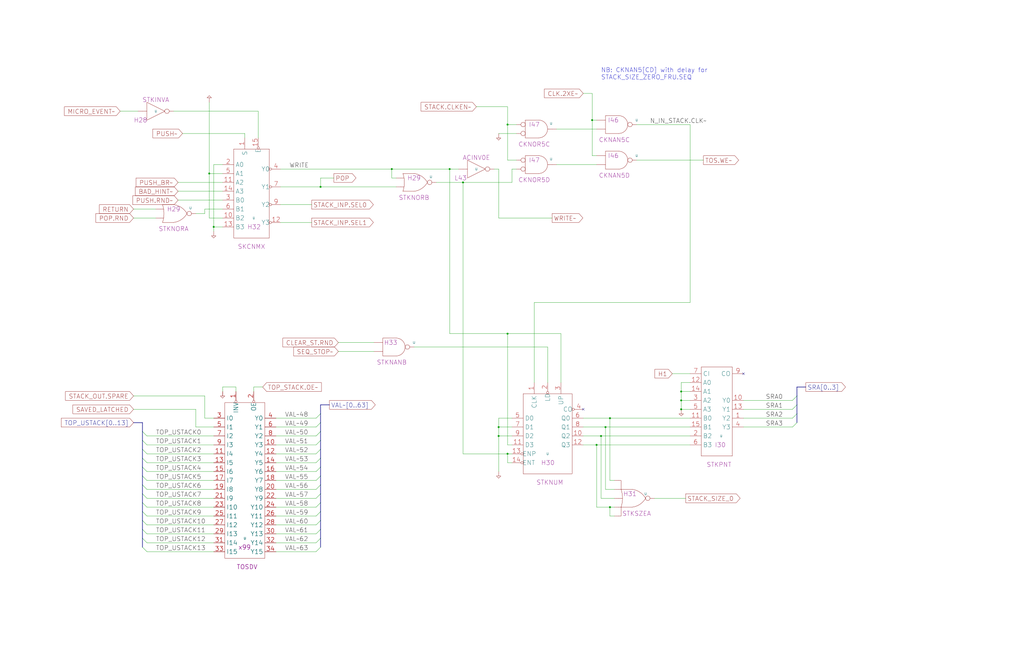
<source format=kicad_sch>
(kicad_sch (version 20220404) (generator eeschema)
  (paper "User" 584.2 378.46)
  (title_block (title "MICRO STACK CONTROL") (date "22-MAY-90") (rev "1.0") (comment 1 "SEQUENCER") (comment 2 "232-003064") (comment 3 "S400") (comment 4 "RELEASED"))
  (lib_symbols
    (symbol "r1000:F00" (pin_numbers hide) (pin_names hide)
      (property "Reference" "U" (at 15.24 0 0))
      (property "Value" "F00" (at 1.905 -5.08 0))
      (property "Location" "___" (at 1.905 0 0))
      (property "Name" "______" (at 2.54 -12.7 0))
      (symbol "F00_0_1"
        (polyline (pts (xy -2.54 -7.62) (xy 5.08 -7.62)) (stroke (width 0.1524)))
        (polyline (pts (xy -2.54 2.54) (xy -2.54 -7.62)) (stroke (width 0.1524)))
        (polyline (pts (xy -2.54 2.54) (xy 5.08 2.54)) (stroke (width 0.1524)))
        (arc (start 5.08 -7.62) (mid 10.1282 -2.54) (end 5.08 2.54) (stroke (width 0.1524)))
        (circle (center 11.43 -2.54) (radius 1.27) (stroke (width 0.1524)))
      )
      (symbol "F00_0_2"
        (circle (center -3.81 -5.08) (radius 1.27) (stroke (width 0.1524)))
        (circle (center -3.81 0) (radius 1.27) (stroke (width 0.1524)))
        (arc (start -3.175 -7.62) (mid -2.134 -2.54) (end -3.175 2.54) (stroke (width 0.1524)))
        (polyline (pts (xy -3.175 -7.62) (xy 3.81 -7.62)) (stroke (width 0.1524)))
        (polyline (pts (xy -3.175 2.54) (xy 3.81 2.54)) (stroke (width 0.1524)))
        (arc (start 3.81 -7.62) (mid 7.5855 -5.8306) (end 10.16 -2.54) (stroke (width 0.1524)))
        (arc (start 10.16 -2.54) (mid 7.5827 0.7471) (end 3.81 2.54) (stroke (width 0.1524)))
      )
      (symbol "F00_1_1"
        (pin input line (at -7.62 0 0) (length 5.08) (name "D0") (number "1"))
        (pin input line (at -7.62 -5.08 0) (length 5.08) (name "D1") (number "2"))
        (pin output line (at 15.24 -2.54 180) (length 2.54) (name "Q") (number "3"))
      )
      (symbol "F00_1_2"
        (pin input line (at -7.62 0 0) (length 2.54) (name "D0") (number "1"))
        (pin input line (at -7.62 -5.08 0) (length 2.54) (name "D1") (number "2"))
        (pin output line (at 15.24 -2.54 180) (length 5.08) (name "Q") (number "3"))
      )
    )
    (symbol "r1000:F02" (pin_numbers hide) (pin_names hide)
      (property "Reference" "U" (at 12.16 0.635 0))
      (property "Value" "F02" (at -1.27 -4.445 0))
      (property "Location" "___" (at 2.54 0 0))
      (property "Name" "______" (at 2.54 -12.7 0))
      (symbol "F02_0_1"
        (arc (start -3.81 -7.62) (mid -2.9847 -2.54) (end -3.81 2.54) (stroke (width 0.1524)))
        (polyline (pts (xy -5.08 -5.08) (xy -3.175 -5.08)) (stroke (width 0.1524)))
        (polyline (pts (xy -5.08 0) (xy -3.175 0)) (stroke (width 0.1524)))
        (polyline (pts (xy -3.81 -7.62) (xy 2.54 -7.62)) (stroke (width 0.1524)))
        (polyline (pts (xy -3.81 2.54) (xy 2.54 2.54)) (stroke (width 0.1524)))
        (polyline (pts (xy 13.97 -2.54) (xy 12.7 -2.54)) (stroke (width 0.1524)))
        (arc (start 2.54 -7.62) (mid 6.9515 -5.9823) (end 10.16 -2.54) (stroke (width 0.1524)))
        (arc (start 10.16 -2.54) (mid 6.9478 0.8966) (end 2.54 2.54) (stroke (width 0.1524)))
        (circle (center 11.43 -2.54) (radius 1.27) (stroke (width 0.1524)))
      )
      (symbol "F02_0_2"
        (circle (center -3.81 -5.08) (radius 1.27) (stroke (width 0.1524)))
        (circle (center -3.81 0) (radius 1.27) (stroke (width 0.1524)))
        (polyline (pts (xy -2.54 -7.62) (xy 5.08 -7.62)) (stroke (width 0.1524)))
        (polyline (pts (xy -2.54 2.54) (xy -2.54 -7.62)) (stroke (width 0.1524)))
        (polyline (pts (xy -2.54 2.54) (xy 5.08 2.54)) (stroke (width 0.1524)))
        (polyline (pts (xy 11.43 -2.54) (xy 10.16 -2.54)) (stroke (width 0.1524)))
        (polyline (pts (xy 11.43 -2.54) (xy 12.7 -2.54)) (stroke (width 0.1524)))
        (arc (start 5.08 -7.62) (mid 10.1282 -2.54) (end 5.08 2.54) (stroke (width 0.1524)))
      )
      (symbol "F02_1_1"
        (pin input line (at -7.62 0 0) (length 2.54) (name "D0") (number "1"))
        (pin input line (at -7.62 -5.08 0) (length 2.54) (name "D1") (number "2"))
        (pin output line (at 15.24 -2.54 180) (length 1.27) (name "Q") (number "3"))
      )
      (symbol "F02_1_2"
        (pin input line (at -7.62 0 0) (length 2.54) (name "D0") (number "1"))
        (pin input line (at -7.62 -5.08 0) (length 2.54) (name "D1") (number "2"))
        (pin output line (at 15.24 -2.54 180) (length 2.54) (name "Q") (number "3"))
      )
    )
    (symbol "r1000:F04" (pin_numbers hide) (pin_names hide)
      (property "Reference" "U" (at 0 0 0))
      (property "Value" "F04" (at 1.27 -5.08 0))
      (property "Location" "___" (at -12.7 -5.08 0))
      (property "Name" "______" (at 0 5.08 0))
      (symbol "F04_0_1"
        (polyline (pts (xy -7.62 0) (xy -5.08 0)) (stroke (width 0.1524)))
        (polyline (pts (xy -5.08 5.08) (xy -5.08 -5.08)) (stroke (width 0.1524)))
        (polyline (pts (xy 5.08 0) (xy -5.08 -5.08)) (stroke (width 0.1524)))
        (polyline (pts (xy 5.08 0) (xy -5.08 5.08)) (stroke (width 0.1524)))
        (circle (center 6.35 0) (radius 1.27) (stroke (width 0.1524)))
      )
      (symbol "F04_1_1"
        (pin input line (at -10.16 0 0) (length 2.54) (name "D0") (number "1"))
        (pin output line (at 10.16 0 180) (length 2.54) (name "Q") (number "2"))
      )
    )
    (symbol "r1000:F158" (pin_names (offset 1.016))
      (property "Reference" "U" (at 2.54 5.08 0))
      (property "Value" "F158" (at -3.81 -5.08 0))
      (property "Location" "___" (at -1.27 0 0))
      (property "Name" "______" (at 1.27 -12.7 0))
      (symbol "F158_1_1"
        (rectangle (start -8.89 44.45) (end 11.43 -6.35))
        (circle (center 5.08 45.085) (radius 0.635))
        (circle (center 12.065 2.54) (radius 0.635))
        (circle (center 12.065 12.7) (radius 0.635))
        (circle (center 12.065 22.86) (radius 0.635))
        (circle (center 12.065 33.02) (radius 0.635))
        (pin input line (at -2.54 50.8 270) (length 6.35) (name "S") (number "1"))
        (pin input line (at -15.24 5.08 0) (length 6.35) (name "B2") (number "10"))
        (pin input line (at -15.24 25.4 0) (length 6.35) (name "A2") (number "11"))
        (pin output line (at 17.78 2.54 180) (length 5.08) (name "Y3") (number "12"))
        (pin input line (at -15.24 0 0) (length 6.35) (name "B3") (number "13"))
        (pin input line (at -15.24 20.32 0) (length 6.35) (name "A3") (number "14"))
        (pin input line (at 5.08 50.8 270) (length 5.08) (name "E") (number "15"))
        (pin input line (at -15.24 35.56 0) (length 6.35) (name "A0") (number "2"))
        (pin input line (at -15.24 15.24 0) (length 6.35) (name "B0") (number "3"))
        (pin output line (at 17.78 33.02 180) (length 5.08) (name "Y0") (number "4"))
        (pin input line (at -15.24 30.48 0) (length 6.35) (name "A1") (number "5"))
        (pin input line (at -15.24 10.16 0) (length 6.35) (name "B1") (number "6"))
        (pin output line (at 17.78 22.86 180) (length 5.08) (name "Y1") (number "7"))
        (pin output line (at 17.78 12.7 180) (length 5.08) (name "Y2") (number "9"))
      )
    )
    (symbol "r1000:F169" (pin_names (offset 1.016))
      (property "Reference" "U" (at 2.54 5.08 0))
      (property "Value" "F169" (at -1.27 -5.08 0))
      (property "Location" "___" (at -1.27 0 0))
      (property "Name" "______" (at 3.81 -12.7 0))
      (symbol "F169_1_1"
        (circle (center -12.065 0) (radius 0.635))
        (circle (center -12.065 5.08) (radius 0.635))
        (rectangle (start -11.43 39.37) (end 16.51 -6.35))
        (circle (center 2.54 40.005) (radius 0.635))
        (circle (center 17.145 30.48) (radius 0.635))
        (pin input line (at -5.08 45.72 270) (length 6.35) (name "CLK") (number "1"))
        (pin output line (at 22.86 15.24 180) (length 6.35) (name "Q2") (number "10"))
        (pin input line (at -17.78 10.16 0) (length 6.35) (name "D3") (number "11"))
        (pin output line (at 22.86 10.16 180) (length 6.35) (name "Q3") (number "12"))
        (pin input line (at -17.78 5.08 0) (length 5.08) (name "ENP") (number "13"))
        (pin input line (at -17.78 0 0) (length 5.08) (name "ENT") (number "14"))
        (pin input line (at 2.54 45.72 270) (length 5.08) (name "LD") (number "2"))
        (pin input line (at 10.16 45.72 270) (length 6.35) (name "UP") (number "3"))
        (pin output line (at 22.86 30.48 180) (length 5.08) (name "CO") (number "4"))
        (pin input line (at -17.78 25.4 0) (length 6.35) (name "D0") (number "5"))
        (pin output line (at 22.86 25.4 180) (length 6.35) (name "Q0") (number "6"))
        (pin input line (at -17.78 20.32 0) (length 6.35) (name "D1") (number "7"))
        (pin output line (at 22.86 20.32 180) (length 6.35) (name "Q1") (number "8"))
        (pin input line (at -17.78 15.24 0) (length 6.35) (name "D2") (number "9"))
      )
    )
    (symbol "r1000:F260" (pin_numbers hide) (pin_names hide)
      (property "Reference" "U" (at 10.16 0 0))
      (property "Value" "F260" (at 1.905 -5.715 0))
      (property "Location" "___" (at 1.27 0 0))
      (property "Name" "______" (at 5.08 -12.7 0))
      (symbol "F260_0_1"
        (arc (start -3.8173 -7.62) (mid -2.9926 -2.54) (end -3.8173 2.54) (stroke (width 0.1524)))
        (polyline (pts (xy -5.08 -7.62) (xy -3.81 -7.62)) (stroke (width 0.1524)))
        (polyline (pts (xy -5.08 -2.54) (xy -3.0226 -2.54)) (stroke (width 0.1524)))
        (polyline (pts (xy -5.08 2.54) (xy -3.81 2.54)) (stroke (width 0.1524)))
        (polyline (pts (xy -3.81 -7.62) (xy 2.54 -7.62)) (stroke (width 0.1524)))
        (polyline (pts (xy -3.81 2.54) (xy 2.54 2.54)) (stroke (width 0.1524)))
        (polyline (pts (xy -5.08 -12.7) (xy -3.81 -12.7) (xy -3.81 -7.62)) (stroke (width 0.1524)))
        (polyline (pts (xy -5.08 7.62) (xy -3.81 7.62) (xy -3.81 2.54)) (stroke (width 0.1524)))
        (arc (start 2.54 -7.62) (mid 6.9504 -5.9805) (end 10.16 -2.54) (stroke (width 0.1524)))
        (arc (start 10.16 -2.54) (mid 6.9516 0.9024) (end 2.54 2.54) (stroke (width 0.1524)))
        (circle (center 11.43 -2.54) (radius 1.27) (stroke (width 0.1524)))
      )
      (symbol "F260_0_2"
        (circle (center -6.35 -12.7) (radius 1.27) (stroke (width 0.1524)))
        (circle (center -6.35 -7.62) (radius 1.27) (stroke (width 0.1524)))
        (circle (center -6.35 -2.54) (radius 1.27) (stroke (width 0.1524)))
        (circle (center -6.35 2.54) (radius 1.27) (stroke (width 0.1524)))
        (circle (center -6.35 7.62) (radius 1.27) (stroke (width 0.1524)))
        (polyline (pts (xy -5.08 -13.97) (xy -5.08 8.89)) (stroke (width 0.1524)))
        (polyline (pts (xy -5.08 -7.62) (xy 2.54 -7.62)) (stroke (width 0.1524)))
        (polyline (pts (xy -5.08 2.54) (xy 2.54 2.54)) (stroke (width 0.1524)))
        (arc (start 2.54 2.54) (mid -1.0521 -6.1321) (end 7.62 -2.54) (stroke (width 0.1524)))
        (arc (start 7.62 -2.54) (mid -1.0521 1.0521) (end 2.54 -7.62) (stroke (width 0.1524)))
      )
      (symbol "F260_1_1"
        (pin input line (at -7.62 -2.54 0) (length 2.54) (name "D2") (number "1"))
        (pin input line (at -7.62 7.62 0) (length 2.54) (name "D0") (number "12"))
        (pin input line (at -7.62 2.54 0) (length 2.54) (name "D1") (number "13"))
        (pin input line (at -7.62 -7.62 0) (length 2.54) (name "D3") (number "2"))
        (pin input line (at -7.62 -12.7 0) (length 2.54) (name "D4") (number "3"))
        (pin output line (at 15.24 -2.54 180) (length 2.54) (name "Q") (number "5"))
      )
      (symbol "F260_1_2"
        (pin input line (at -7.62 -2.54 0) (length 0) (name "D2") (number "1"))
        (pin input line (at -7.62 7.62 0) (length 0) (name "D0") (number "12"))
        (pin input line (at -7.62 2.54 0) (length 0) (name "D1") (number "13"))
        (pin input line (at -7.62 -7.62 0) (length 0) (name "D3") (number "2"))
        (pin input line (at -7.62 -12.7 0) (length 0) (name "D4") (number "3"))
        (pin output line (at 15.24 -2.54 180) (length 7.62) (name "Q") (number "5"))
      )
    )
    (symbol "r1000:F283" (pin_names (offset 1.016))
      (property "Reference" "U" (at 2.54 5.08 0))
      (property "Value" "F283" (at -3.81 -5.08 0))
      (property "Location" "___" (at -1.27 0 0))
      (property "Name" "______" (at 1.27 -12.7 0))
      (symbol "F283_1_1"
        (rectangle (start -8.89 44.45) (end 8.89 -6.35))
        (pin output line (at 15.24 15.24 180) (length 6.35) (name "Y2") (number "1"))
        (pin output line (at 15.24 25.4 180) (length 6.35) (name "Y0") (number "10"))
        (pin input line (at -15.24 15.24 0) (length 6.35) (name "B0") (number "11"))
        (pin input line (at -15.24 35.56 0) (length 6.35) (name "A0") (number "12"))
        (pin output line (at 15.24 20.32 180) (length 6.35) (name "Y1") (number "13"))
        (pin input line (at -15.24 30.48 0) (length 6.35) (name "A1") (number "14"))
        (pin input line (at -15.24 10.16 0) (length 6.35) (name "B1") (number "15"))
        (pin input line (at -15.24 5.08 0) (length 6.35) (name "B2") (number "2"))
        (pin input line (at -15.24 25.4 0) (length 6.35) (name "A2") (number "3"))
        (pin output line (at 15.24 10.16 180) (length 6.35) (name "Y3") (number "4"))
        (pin input line (at -15.24 20.32 0) (length 6.35) (name "A3") (number "5"))
        (pin input line (at -15.24 0 0) (length 6.35) (name "B3") (number "6"))
        (pin input line (at -15.24 40.64 0) (length 6.35) (name "CI") (number "7"))
        (pin output line (at 15.24 40.64 180) (length 6.35) (name "CO") (number "9"))
      )
    )
    (symbol "r1000:F37" (pin_numbers hide) (pin_names (offset 0) hide)
      (property "Reference" "U" (at 15.24 0 0))
      (property "Value" "F37" (at 1.905 -5.08 0))
      (property "Location" "___" (at 1.905 0 0))
      (property "Name" "______" (at 2.54 -12.7 0))
      (symbol "F37_0_1"
        (polyline (pts (xy -2.54 -7.62) (xy 5.08 -7.62)) (stroke (width 0.1524)))
        (polyline (pts (xy -2.54 2.54) (xy -2.54 -7.62)) (stroke (width 0.1524)))
        (polyline (pts (xy -2.54 2.54) (xy 5.08 2.54)) (stroke (width 0.1524)))
        (arc (start 5.08 -7.62) (mid 10.1282 -2.54) (end 5.08 2.54) (stroke (width 0.1524)))
        (circle (center 11.43 -2.54) (radius 1.27) (stroke (width 0.1524)))
      )
      (symbol "F37_0_2"
        (circle (center -3.81 -5.08) (radius 1.27) (stroke (width 0.1524)))
        (circle (center -3.81 0) (radius 1.27) (stroke (width 0.1524)))
        (arc (start -3.175 -7.62) (mid -2.134 -2.54) (end -3.175 2.54) (stroke (width 0.1524)))
        (polyline (pts (xy -3.175 -7.62) (xy 3.81 -7.62)) (stroke (width 0.1524)))
        (polyline (pts (xy -3.175 2.54) (xy 3.81 2.54)) (stroke (width 0.1524)))
        (arc (start 3.81 -7.62) (mid 7.5855 -5.8306) (end 10.16 -2.54) (stroke (width 0.1524)))
        (arc (start 10.16 -2.54) (mid 7.5827 0.7471) (end 3.81 2.54) (stroke (width 0.1524)))
      )
      (symbol "F37_1_1"
        (pin input line (at -7.62 0 0) (length 5.08) (name "D0") (number "1"))
        (pin input line (at -7.62 -5.08 0) (length 5.08) (name "D1") (number "2"))
        (pin output line (at 15.24 -2.54 180) (length 2.54) (name "Q") (number "3"))
      )
      (symbol "F37_1_2"
        (pin input line (at -7.62 0 0) (length 2.54) (name "D0") (number "1"))
        (pin input line (at -7.62 -5.08 0) (length 2.54) (name "D1") (number "2"))
        (pin output line (at 15.24 -2.54 180) (length 5.08) (name "Q") (number "3"))
      )
    )
    (symbol "r1000:PD" (power) (pin_numbers hide) (pin_names hide) (in_bom no)
      (symbol "PD_0_1"
        (polyline (pts (xy 0 -2.54) (xy 1.27 -2.54) (xy 0 -3.81) (xy -1.27 -2.54) (xy 0 -2.54)) (stroke (width 0.1524)))
      )
      (symbol "PD_1_1"
        (pin power_in line (at 0 0 270) (length 2.54) (name "PD") (number "1"))
      )
    )
    (symbol "r1000:PU" (power) (pin_numbers hide) (pin_names hide)
      (symbol "PU_0_1"
        (polyline (pts (xy 0 2.54) (xy -1.27 2.54) (xy 0 3.81) (xy 1.27 2.54) (xy 0 2.54)) (stroke (width 0.1524)))
      )
      (symbol "PU_1_1"
        (pin power_in line (at 0 0 90) (length 2.54) (name "PU") (number "1"))
      )
    )
    (symbol "r1000:XBUF16" (pin_names (offset 1.016))
      (property "Reference" "U" (at 2.54 5.08 0))
      (property "Value" "XBUF16" (at -3.81 -5.08 0))
      (property "Location" "___" (at -1.27 0 0))
      (property "Name" "______" (at 3.81 -12.7 0))
      (symbol "XBUF16_1_1"
        (rectangle (start -8.89 82.55) (end 13.97 -6.35))
        (circle (center -2.54 83.185) (radius 0.635))
        (circle (center 7.62 83.185) (radius 0.635))
        (pin input line (at -2.54 88.9 270) (length 5.08) (name "INV") (number "1"))
        (pin tri_state line (at 20.32 58.42 180) (length 6.35) (name "Y3") (number "10"))
        (pin input line (at -15.24 53.34 0) (length 6.35) (name "I4") (number "11"))
        (pin tri_state line (at 20.32 53.34 180) (length 6.35) (name "Y4") (number "12"))
        (pin input line (at -15.24 48.26 0) (length 6.35) (name "I5") (number "13"))
        (pin tri_state line (at 20.32 48.26 180) (length 6.35) (name "Y5") (number "14"))
        (pin input line (at -15.24 43.18 0) (length 6.35) (name "I6") (number "15"))
        (pin tri_state line (at 20.32 43.18 180) (length 6.35) (name "Y6") (number "16"))
        (pin input line (at -15.24 38.1 0) (length 6.35) (name "I7") (number "17"))
        (pin tri_state line (at 20.32 38.1 180) (length 6.35) (name "Y7") (number "18"))
        (pin input line (at -15.24 33.02 0) (length 6.35) (name "I8") (number "19"))
        (pin input line (at 7.62 88.9 270) (length 5.08) (name "OE") (number "2"))
        (pin tri_state line (at 20.32 33.02 180) (length 6.35) (name "Y8") (number "20"))
        (pin input line (at -15.24 27.94 0) (length 6.35) (name "I9") (number "21"))
        (pin tri_state line (at 20.32 27.94 180) (length 6.35) (name "Y9") (number "22"))
        (pin input line (at -15.24 22.86 0) (length 6.35) (name "I10") (number "23"))
        (pin tri_state line (at 20.32 22.86 180) (length 6.35) (name "Y10") (number "24"))
        (pin input line (at -15.24 17.78 0) (length 6.35) (name "I11") (number "25"))
        (pin tri_state line (at 20.32 17.78 180) (length 6.35) (name "Y11") (number "26"))
        (pin input line (at -15.24 12.7 0) (length 6.35) (name "I12") (number "27"))
        (pin tri_state line (at 20.32 12.7 180) (length 6.35) (name "Y12") (number "28"))
        (pin input line (at -15.24 7.62 0) (length 6.35) (name "I13") (number "29"))
        (pin input line (at -15.24 73.66 0) (length 6.35) (name "I0") (number "3"))
        (pin tri_state line (at 20.32 7.62 180) (length 6.35) (name "Y13") (number "30"))
        (pin input line (at -15.24 2.54 0) (length 6.35) (name "I14") (number "31"))
        (pin tri_state line (at 20.32 2.54 180) (length 6.35) (name "Y14") (number "32"))
        (pin input line (at -15.24 -2.54 0) (length 6.35) (name "I15") (number "33"))
        (pin tri_state line (at 20.32 -2.54 180) (length 6.35) (name "Y15") (number "34"))
        (pin tri_state line (at 20.32 73.66 180) (length 6.35) (name "Y0") (number "4"))
        (pin input line (at -15.24 68.58 0) (length 6.35) (name "I1") (number "5"))
        (pin tri_state line (at 20.32 68.58 180) (length 6.35) (name "Y1") (number "6"))
        (pin input line (at -15.24 63.5 0) (length 6.35) (name "I2") (number "7"))
        (pin tri_state line (at 20.32 63.5 180) (length 6.35) (name "Y2") (number "8"))
        (pin input line (at -15.24 58.42 0) (length 6.35) (name "I3") (number "9"))
      )
    )
  )
  (junction (at 340.36 254))
  (junction (at 182.88 106.68))
  (junction (at 337.82 68.58))
  (junction (at 223.52 96.52))
  (junction (at 121.92 129.54))
  (junction (at 342.9 248.92))
  (junction (at 119.38 99.06))
  (junction (at 388.62 223.52))
  (junction (at 289.56 259.08))
  (junction (at 289.56 190.5))
  (junction (at 284.48 243.84))
  (junction (at 264.16 104.14))
  (junction (at 388.62 228.6))
  (junction (at 284.48 248.92))
  (junction (at 347.98 289.56))
  (junction (at 388.62 233.68))
  (junction (at 256.54 96.52))
  (junction (at 347.98 238.76))
  (junction (at 345.44 243.84))
  (junction (at 289.56 71.12))
  (no_connect (at 424.18 213.36))
  (no_connect (at 332.74 233.68))
  (bus_entry (at 182.88 297.18) (size -2.54 2.54))
  (bus_entry (at 182.88 307.34) (size -2.54 2.54))
  (bus_entry (at 182.88 236.22) (size -2.54 2.54))
  (bus_entry (at 182.88 261.62) (size -2.54 2.54))
  (bus_entry (at 81.28 256.54) (size 2.54 2.54))
  (bus_entry (at 81.28 287.02) (size 2.54 2.54))
  (bus_entry (at 81.28 246.38) (size 2.54 2.54))
  (bus_entry (at 182.88 266.7) (size -2.54 2.54))
  (bus_entry (at 182.88 292.1) (size -2.54 2.54))
  (bus_entry (at 182.88 241.3) (size -2.54 2.54))
  (bus_entry (at 182.88 287.02) (size -2.54 2.54))
  (bus_entry (at 81.28 261.62) (size 2.54 2.54))
  (bus_entry (at 182.88 276.86) (size -2.54 2.54))
  (bus_entry (at 81.28 307.34) (size 2.54 2.54))
  (bus_entry (at 182.88 246.38) (size -2.54 2.54))
  (bus_entry (at 81.28 266.7) (size 2.54 2.54))
  (bus_entry (at 182.88 281.94) (size -2.54 2.54))
  (bus_entry (at 454.66 226.06) (size -2.54 2.54))
  (bus_entry (at 182.88 312.42) (size -2.54 2.54))
  (bus_entry (at 81.28 276.86) (size 2.54 2.54))
  (bus_entry (at 81.28 302.26) (size 2.54 2.54))
  (bus_entry (at 454.66 241.3) (size -2.54 2.54))
  (bus_entry (at 81.28 251.46) (size 2.54 2.54))
  (bus_entry (at 81.28 271.78) (size 2.54 2.54))
  (bus_entry (at 182.88 271.78) (size -2.54 2.54))
  (bus_entry (at 81.28 281.94) (size 2.54 2.54))
  (bus_entry (at 182.88 256.54) (size -2.54 2.54))
  (bus_entry (at 81.28 312.42) (size 2.54 2.54))
  (bus_entry (at 182.88 251.46) (size -2.54 2.54))
  (bus_entry (at 454.66 231.14) (size -2.54 2.54))
  (bus_entry (at 81.28 297.18) (size 2.54 2.54))
  (bus_entry (at 182.88 302.26) (size -2.54 2.54))
  (bus_entry (at 454.66 236.22) (size -2.54 2.54))
  (bus_entry (at 81.28 292.1) (size 2.54 2.54))
  (wire (pts (xy 83.82 269.24) (xy 121.92 269.24)))
  (wire (pts (xy 284.48 243.84) (xy 284.48 248.92)))
  (wire (pts (xy 289.56 259.08) (xy 264.16 259.08)))
  (wire (pts (xy 424.18 233.68) (xy 452.12 233.68)))
  (bus (pts (xy 454.66 226.06) (xy 454.66 231.14)))
  (wire (pts (xy 304.8 172.72) (xy 393.7 172.72)))
  (wire (pts (xy 332.74 248.92) (xy 342.9 248.92)))
  (wire (pts (xy 157.48 299.72) (xy 180.34 299.72)))
  (wire (pts (xy 332.74 238.76) (xy 347.98 238.76)))
  (wire (pts (xy 127 93.98) (xy 121.92 93.98)))
  (wire (pts (xy 76.2 226.06) (xy 116.84 226.06)))
  (wire (pts (xy 281.94 96.52) (xy 284.48 96.52)))
  (bus (pts (xy 454.66 236.22) (xy 454.66 241.3)))
  (wire (pts (xy 350.52 279.4) (xy 345.44 279.4)))
  (wire (pts (xy 157.48 238.76) (xy 180.34 238.76)))
  (wire (pts (xy 157.48 269.24) (xy 180.34 269.24)))
  (wire (pts (xy 83.82 289.56) (xy 121.92 289.56)))
  (wire (pts (xy 332.74 254) (xy 340.36 254)))
  (wire (pts (xy 289.56 91.44) (xy 289.56 71.12)))
  (bus (pts (xy 76.2 241.3) (xy 81.28 241.3)))
  (wire (pts (xy 104.14 76.2) (xy 139.7 76.2)))
  (wire (pts (xy 317.5 93.98) (xy 340.36 93.98)))
  (wire (pts (xy 101.6 114.3) (xy 127 114.3)))
  (wire (pts (xy 332.74 53.34) (xy 337.82 53.34)))
  (bus (pts (xy 182.88 307.34) (xy 182.88 312.42)))
  (wire (pts (xy 292.1 264.16) (xy 289.56 264.16)))
  (wire (pts (xy 345.44 243.84) (xy 393.7 243.84)))
  (wire (pts (xy 116.84 238.76) (xy 116.84 226.06)))
  (wire (pts (xy 119.38 99.06) (xy 127 99.06)))
  (wire (pts (xy 83.82 259.08) (xy 121.92 259.08)))
  (bus (pts (xy 182.88 302.26) (xy 182.88 307.34)))
  (wire (pts (xy 157.48 264.16) (xy 180.34 264.16)))
  (wire (pts (xy 347.98 289.56) (xy 350.52 289.56)))
  (wire (pts (xy 127 124.46) (xy 119.38 124.46)))
  (bus (pts (xy 81.28 281.94) (xy 81.28 287.02)))
  (wire (pts (xy 350.52 284.48) (xy 342.9 284.48)))
  (bus (pts (xy 182.88 241.3) (xy 182.88 246.38)))
  (bus (pts (xy 81.28 266.7) (xy 81.28 271.78)))
  (wire (pts (xy 83.82 294.64) (xy 121.92 294.64)))
  (wire (pts (xy 157.48 309.88) (xy 180.34 309.88)))
  (wire (pts (xy 182.88 101.6) (xy 182.88 106.68)))
  (wire (pts (xy 347.98 238.76) (xy 347.98 274.32)))
  (bus (pts (xy 81.28 241.3) (xy 81.28 246.38)))
  (wire (pts (xy 83.82 279.4) (xy 121.92 279.4)))
  (wire (pts (xy 76.2 119.38) (xy 88.9 119.38)))
  (wire (pts (xy 83.82 254) (xy 121.92 254)))
  (wire (pts (xy 83.82 264.16) (xy 121.92 264.16)))
  (wire (pts (xy 83.82 299.72) (xy 121.92 299.72)))
  (bus (pts (xy 182.88 287.02) (xy 182.88 292.1)))
  (wire (pts (xy 157.48 274.32) (xy 180.34 274.32)))
  (wire (pts (xy 340.36 254) (xy 340.36 289.56)))
  (wire (pts (xy 83.82 274.32) (xy 121.92 274.32)))
  (bus (pts (xy 182.88 256.54) (xy 182.88 261.62)))
  (bus (pts (xy 182.88 246.38) (xy 182.88 251.46)))
  (wire (pts (xy 121.92 238.76) (xy 116.84 238.76)))
  (wire (pts (xy 127 220.98) (xy 134.62 220.98)))
  (wire (pts (xy 83.82 284.48) (xy 121.92 284.48)))
  (wire (pts (xy 350.52 274.32) (xy 347.98 274.32)))
  (bus (pts (xy 81.28 287.02) (xy 81.28 292.1)))
  (wire (pts (xy 193.04 195.58) (xy 213.36 195.58)))
  (wire (pts (xy 226.06 101.6) (xy 223.52 101.6)))
  (wire (pts (xy 190.5 101.6) (xy 182.88 101.6)))
  (wire (pts (xy 111.76 243.84) (xy 111.76 233.68)))
  (wire (pts (xy 147.32 63.5) (xy 147.32 78.74)))
  (wire (pts (xy 289.56 71.12) (xy 294.64 71.12)))
  (wire (pts (xy 157.48 284.48) (xy 180.34 284.48)))
  (wire (pts (xy 388.62 218.44) (xy 388.62 223.52)))
  (wire (pts (xy 342.9 248.92) (xy 342.9 284.48)))
  (wire (pts (xy 83.82 309.88) (xy 121.92 309.88)))
  (wire (pts (xy 236.22 198.12) (xy 312.42 198.12)))
  (wire (pts (xy 160.02 96.52) (xy 223.52 96.52)))
  (wire (pts (xy 332.74 243.84) (xy 345.44 243.84)))
  (wire (pts (xy 116.84 121.92) (xy 116.84 119.38)))
  (bus (pts (xy 182.88 236.22) (xy 182.88 241.3)))
  (wire (pts (xy 320.04 190.5) (xy 289.56 190.5)))
  (bus (pts (xy 81.28 297.18) (xy 81.28 302.26)))
  (bus (pts (xy 182.88 251.46) (xy 182.88 256.54)))
  (wire (pts (xy 76.2 124.46) (xy 88.9 124.46)))
  (wire (pts (xy 424.18 243.84) (xy 452.12 243.84)))
  (bus (pts (xy 182.88 297.18) (xy 182.88 302.26)))
  (bus (pts (xy 81.28 302.26) (xy 81.28 307.34)))
  (wire (pts (xy 119.38 124.46) (xy 119.38 99.06)))
  (wire (pts (xy 284.48 248.92) (xy 292.1 248.92)))
  (wire (pts (xy 101.6 109.22) (xy 127 109.22)))
  (wire (pts (xy 340.36 254) (xy 393.7 254)))
  (wire (pts (xy 292.1 259.08) (xy 289.56 259.08)))
  (wire (pts (xy 119.38 99.06) (xy 119.38 58.42)))
  (bus (pts (xy 454.66 231.14) (xy 454.66 236.22)))
  (wire (pts (xy 121.92 243.84) (xy 111.76 243.84)))
  (wire (pts (xy 271.78 60.96) (xy 289.56 60.96)))
  (wire (pts (xy 256.54 96.52) (xy 261.62 96.52)))
  (wire (pts (xy 340.36 88.9) (xy 337.82 88.9)))
  (wire (pts (xy 160.02 127) (xy 177.8 127)))
  (bus (pts (xy 182.88 266.7) (xy 182.88 271.78)))
  (wire (pts (xy 347.98 294.64) (xy 347.98 289.56)))
  (wire (pts (xy 388.62 223.52) (xy 388.62 228.6)))
  (wire (pts (xy 157.48 248.92) (xy 180.34 248.92)))
  (wire (pts (xy 388.62 228.6) (xy 388.62 233.68)))
  (wire (pts (xy 292.1 104.14) (xy 264.16 104.14)))
  (wire (pts (xy 121.92 93.98) (xy 121.92 129.54)))
  (wire (pts (xy 294.64 91.44) (xy 289.56 91.44)))
  (wire (pts (xy 121.92 129.54) (xy 127 129.54)))
  (wire (pts (xy 289.56 264.16) (xy 289.56 259.08)))
  (wire (pts (xy 393.7 172.72) (xy 393.7 71.12)))
  (wire (pts (xy 347.98 238.76) (xy 393.7 238.76)))
  (wire (pts (xy 292.1 96.52) (xy 292.1 104.14)))
  (wire (pts (xy 393.7 228.6) (xy 388.62 228.6)))
  (bus (pts (xy 81.28 276.86) (xy 81.28 281.94)))
  (wire (pts (xy 256.54 190.5) (xy 256.54 96.52)))
  (wire (pts (xy 292.1 238.76) (xy 284.48 238.76)))
  (wire (pts (xy 144.78 220.98) (xy 144.78 223.52)))
  (wire (pts (xy 68.58 63.5) (xy 78.74 63.5)))
  (bus (pts (xy 81.28 251.46) (xy 81.28 256.54)))
  (wire (pts (xy 99.06 63.5) (xy 147.32 63.5)))
  (wire (pts (xy 317.5 73.66) (xy 340.36 73.66)))
  (wire (pts (xy 116.84 119.38) (xy 127 119.38)))
  (wire (pts (xy 284.48 248.92) (xy 284.48 269.24)))
  (wire (pts (xy 284.48 76.2) (xy 294.64 76.2)))
  (wire (pts (xy 157.48 254) (xy 180.34 254)))
  (wire (pts (xy 149.86 220.98) (xy 144.78 220.98)))
  (wire (pts (xy 157.48 259.08) (xy 180.34 259.08)))
  (wire (pts (xy 337.82 53.34) (xy 337.82 68.58)))
  (wire (pts (xy 83.82 248.92) (xy 121.92 248.92)))
  (wire (pts (xy 337.82 88.9) (xy 337.82 68.58)))
  (wire (pts (xy 342.9 248.92) (xy 393.7 248.92)))
  (wire (pts (xy 289.56 190.5) (xy 289.56 254)))
  (wire (pts (xy 284.48 243.84) (xy 292.1 243.84)))
  (wire (pts (xy 139.7 78.74) (xy 139.7 76.2)))
  (wire (pts (xy 284.48 96.52) (xy 284.48 124.46)))
  (bus (pts (xy 81.28 246.38) (xy 81.28 251.46)))
  (wire (pts (xy 127 223.52) (xy 127 220.98)))
  (bus (pts (xy 81.28 292.1) (xy 81.28 297.18)))
  (wire (pts (xy 350.52 294.64) (xy 347.98 294.64)))
  (wire (pts (xy 157.48 243.84) (xy 180.34 243.84)))
  (wire (pts (xy 424.18 238.76) (xy 452.12 238.76)))
  (wire (pts (xy 264.16 259.08) (xy 264.16 104.14)))
  (bus (pts (xy 81.28 261.62) (xy 81.28 266.7)))
  (wire (pts (xy 264.16 104.14) (xy 248.92 104.14)))
  (wire (pts (xy 393.7 218.44) (xy 388.62 218.44)))
  (wire (pts (xy 160.02 106.68) (xy 182.88 106.68)))
  (wire (pts (xy 160.02 116.84) (xy 177.8 116.84)))
  (wire (pts (xy 83.82 314.96) (xy 121.92 314.96)))
  (wire (pts (xy 347.98 289.56) (xy 340.36 289.56)))
  (wire (pts (xy 289.56 60.96) (xy 289.56 71.12)))
  (wire (pts (xy 345.44 243.84) (xy 345.44 279.4)))
  (wire (pts (xy 292.1 254) (xy 289.56 254)))
  (wire (pts (xy 337.82 68.58) (xy 340.36 68.58)))
  (wire (pts (xy 157.48 279.4) (xy 180.34 279.4)))
  (bus (pts (xy 182.88 292.1) (xy 182.88 297.18)))
  (bus (pts (xy 81.28 256.54) (xy 81.28 261.62)))
  (bus (pts (xy 182.88 271.78) (xy 182.88 276.86)))
  (bus (pts (xy 81.28 307.34) (xy 81.28 312.42)))
  (bus (pts (xy 454.66 220.98) (xy 459.74 220.98)))
  (bus (pts (xy 182.88 276.86) (xy 182.88 281.94)))
  (wire (pts (xy 157.48 294.64) (xy 180.34 294.64)))
  (bus (pts (xy 182.88 231.14) (xy 182.88 236.22)))
  (wire (pts (xy 157.48 314.96) (xy 180.34 314.96)))
  (wire (pts (xy 182.88 106.68) (xy 226.06 106.68)))
  (wire (pts (xy 289.56 190.5) (xy 256.54 190.5)))
  (wire (pts (xy 284.48 238.76) (xy 284.48 243.84)))
  (wire (pts (xy 294.64 96.52) (xy 292.1 96.52)))
  (wire (pts (xy 393.7 223.52) (xy 388.62 223.52)))
  (wire (pts (xy 424.18 228.6) (xy 452.12 228.6)))
  (bus (pts (xy 182.88 261.62) (xy 182.88 266.7)))
  (wire (pts (xy 223.52 96.52) (xy 256.54 96.52)))
  (wire (pts (xy 111.76 121.92) (xy 116.84 121.92)))
  (wire (pts (xy 388.62 233.68) (xy 393.7 233.68)))
  (bus (pts (xy 81.28 271.78) (xy 81.28 276.86)))
  (bus (pts (xy 454.66 220.98) (xy 454.66 226.06)))
  (wire (pts (xy 363.22 71.12) (xy 393.7 71.12)))
  (bus (pts (xy 182.88 281.94) (xy 182.88 287.02)))
  (wire (pts (xy 76.2 233.68) (xy 111.76 233.68)))
  (wire (pts (xy 383.54 213.36) (xy 393.7 213.36)))
  (wire (pts (xy 284.48 124.46) (xy 314.96 124.46)))
  (wire (pts (xy 101.6 104.14) (xy 127 104.14)))
  (wire (pts (xy 134.62 220.98) (xy 134.62 223.52)))
  (wire (pts (xy 304.8 172.72) (xy 304.8 218.44)))
  (wire (pts (xy 320.04 218.44) (xy 320.04 190.5)))
  (wire (pts (xy 157.48 289.56) (xy 180.34 289.56)))
  (wire (pts (xy 83.82 304.8) (xy 121.92 304.8)))
  (wire (pts (xy 223.52 101.6) (xy 223.52 96.52)))
  (wire (pts (xy 157.48 304.8) (xy 180.34 304.8)))
  (wire (pts (xy 193.04 200.66) (xy 213.36 200.66)))
  (wire (pts (xy 373.38 284.48) (xy 391.16 284.48)))
  (wire (pts (xy 363.22 91.44) (xy 401.32 91.44)))
  (wire (pts (xy 121.92 129.54) (xy 121.92 132.08)))
  (bus (pts (xy 187.96 231.14) (xy 182.88 231.14)))
  (wire (pts (xy 312.42 198.12) (xy 312.42 218.44)))
  (text "NB: CKNAN5[CD] with delay for\nSTACK_SIZE_ZERO_FRU.SEQ" (at 342.9 45.72 0) (effects (font (size 2.54 2.54)) (justify left bottom)))
  (label "TOP_USTACK10" (at 88.9 299.72 0) (effects (font (size 2.54 2.54))))
  (label "TOP_USTACK13" (at 88.9 314.96 0) (effects (font (size 2.54 2.54))))
  (label "TOP_USTACK11" (at 88.9 304.8 0) (effects (font (size 2.54 2.54))))
  (label "VAL~48" (at 162.56 238.76 0) (effects (font (size 2.54 2.54))))
  (label "N_IN_STACK.CLK~" (at 370.84 71.12 0) (effects (font (size 2.54 2.54))))
  (label "TOP_USTACK7" (at 88.9 284.48 0) (effects (font (size 2.54 2.54))))
  (label "VAL~53" (at 162.56 264.16 0) (effects (font (size 2.54 2.54))))
  (label "TOP_USTACK9" (at 88.9 294.64 0) (effects (font (size 2.54 2.54))))
  (label "TOP_USTACK6" (at 88.9 279.4 0) (effects (font (size 2.54 2.54))))
  (label "VAL~63" (at 162.56 314.96 0) (effects (font (size 2.54 2.54))))
  (label "SRA2" (at 436.88 238.76 0) (effects (font (size 2.54 2.54))))
  (label "VAL~57" (at 162.56 284.48 0) (effects (font (size 2.54 2.54))))
  (label "TOP_USTACK8" (at 88.9 289.56 0) (effects (font (size 2.54 2.54))))
  (label "VAL~52" (at 162.56 259.08 0) (effects (font (size 2.54 2.54))))
  (label "VAL~55" (at 162.56 274.32 0) (effects (font (size 2.54 2.54))))
  (label "VAL~61" (at 162.56 304.8 0) (effects (font (size 2.54 2.54))))
  (label "VAL~51" (at 162.56 254 0) (effects (font (size 2.54 2.54))))
  (label "SRA0" (at 436.88 228.6 0) (effects (font (size 2.54 2.54))))
  (label "TOP_USTACK4" (at 88.9 269.24 0) (effects (font (size 2.54 2.54))))
  (label "TOP_USTACK5" (at 88.9 274.32 0) (effects (font (size 2.54 2.54))))
  (label "WRITE" (at 165.1 96.52 0) (effects (font (size 2.54 2.54))))
  (label "TOP_USTACK3" (at 88.9 264.16 0) (effects (font (size 2.54 2.54))))
  (label "TOP_USTACK0" (at 88.9 248.92 0) (effects (font (size 2.54 2.54))))
  (label "VAL~50" (at 162.56 248.92 0) (effects (font (size 2.54 2.54))))
  (label "SRA1" (at 436.88 233.68 0) (effects (font (size 2.54 2.54))))
  (label "TOP_USTACK12" (at 88.9 309.88 0) (effects (font (size 2.54 2.54))))
  (label "VAL~54" (at 162.56 269.24 0) (effects (font (size 2.54 2.54))))
  (label "VAL~49" (at 162.56 243.84 0) (effects (font (size 2.54 2.54))))
  (label "SRA3" (at 436.88 243.84 0) (effects (font (size 2.54 2.54))))
  (label "VAL~58" (at 162.56 289.56 0) (effects (font (size 2.54 2.54))))
  (label "TOP_USTACK1" (at 88.9 254 0) (effects (font (size 2.54 2.54))))
  (label "VAL~60" (at 162.56 299.72 0) (effects (font (size 2.54 2.54))))
  (label "VAL~59" (at 162.56 294.64 0) (effects (font (size 2.54 2.54))))
  (label "VAL~62" (at 162.56 309.88 0) (effects (font (size 2.54 2.54))))
  (label "TOP_USTACK2" (at 88.9 259.08 0) (effects (font (size 2.54 2.54))))
  (label "VAL~56" (at 162.56 279.4 0) (effects (font (size 2.54 2.54))))
  (global_label "WRITE~" (shape output) (at 314.96 124.46 0) (effects (font (size 2.54 2.54))) (property "Intersheet References" "${INTERSHEET_REFS}" (at 332.486 124.3013 0) (effects (font (size 1.905 1.905)) (justify left))))
  (global_label "STACK_OUT.SPARE" (shape input) (at 76.2 226.06 180) (effects (font (size 2.54 2.54))) (property "Intersheet References" "${INTERSHEET_REFS}" (at 37.3864 225.9013 0) (effects (font (size 1.905 1.905)) (justify right))))
  (global_label "BAD_HINT~" (shape input) (at 101.6 109.22 180) (effects (font (size 2.54 2.54))) (property "Intersheet References" "${INTERSHEET_REFS}" (at 77.3007 109.0613 0) (effects (font (size 1.905 1.905)) (justify right))))
  (global_label "STACK.CLKEN~" (shape input) (at 271.78 60.96 180) (effects (font (size 2.54 2.54))) (property "Intersheet References" "${INTERSHEET_REFS}" (at 240.2235 60.8013 0) (effects (font (size 1.905 1.905)) (justify right))))
  (global_label "H1" (shape input) (at 383.54 213.36 180) (effects (font (size 2.54 2.54))) (property "Intersheet References" "${INTERSHEET_REFS}" (at 373.634 213.2013 0) (effects (font (size 1.905 1.905)) (justify right))))
  (global_label "VAL~[0..63]" (shape output) (at 187.96 231.14 0) (effects (font (size 2.54 2.54))) (property "Intersheet References" "${INTERSHEET_REFS}" (at 214.9307 231.14 0) (effects (font (size 1.905 1.905)) (justify left))))
  (global_label "PUSH.RND~" (shape input) (at 101.6 114.3 180) (effects (font (size 2.54 2.54))) (property "Intersheet References" "${INTERSHEET_REFS}" (at 75.7283 114.1413 0) (effects (font (size 1.905 1.905)) (justify right))))
  (global_label "TOP_USTACK[0..13]" (shape input) (at 76.2 241.3 180) (effects (font (size 2.54 2.54))) (property "Intersheet References" "${INTERSHEET_REFS}" (at 34.9673 241.1413 0) (effects (font (size 1.905 1.905)) (justify right))))
  (global_label "PUSH_BR~" (shape input) (at 101.6 104.14 180) (effects (font (size 2.54 2.54))) (property "Intersheet References" "${INTERSHEET_REFS}" (at 77.6635 103.9813 0) (effects (font (size 1.905 1.905)) (justify right))))
  (global_label "POP.RND" (shape input) (at 76.2 124.46 180) (effects (font (size 2.54 2.54))) (property "Intersheet References" "${INTERSHEET_REFS}" (at 54.6826 124.3013 0) (effects (font (size 1.905 1.905)) (justify right))))
  (global_label "STACK_INP.SEL0" (shape output) (at 177.8 116.84 0) (effects (font (size 2.54 2.54))) (property "Intersheet References" "${INTERSHEET_REFS}" (at 212.985 116.6813 0) (effects (font (size 1.905 1.905)) (justify left))))
  (global_label "SEQ_STOP~" (shape input) (at 193.04 200.66 180) (effects (font (size 2.54 2.54))) (property "Intersheet References" "${INTERSHEET_REFS}" (at 167.5311 200.5013 0) (effects (font (size 1.905 1.905)) (justify right))))
  (global_label "CLEAR_ST.RND" (shape input) (at 193.04 195.58 180) (effects (font (size 2.54 2.54))) (property "Intersheet References" "${INTERSHEET_REFS}" (at 161.3626 195.4213 0) (effects (font (size 1.905 1.905)) (justify right))))
  (global_label "SAVED_LATCHED" (shape input) (at 76.2 233.68 180) (effects (font (size 2.54 2.54))) (property "Intersheet References" "${INTERSHEET_REFS}" (at 41.6197 233.5213 0) (effects (font (size 1.905 1.905)) (justify right))))
  (global_label "MICRO_EVENT~" (shape input) (at 68.58 63.5 180) (effects (font (size 2.54 2.54))) (property "Intersheet References" "${INTERSHEET_REFS}" (at 36.7816 63.3413 0) (effects (font (size 1.905 1.905)) (justify right))))
  (global_label "SRA[0..3]" (shape output) (at 459.74 220.98 0) (effects (font (size 2.54 2.54))) (property "Intersheet References" "${INTERSHEET_REFS}" (at 482.727 220.8213 0) (effects (font (size 1.905 1.905)) (justify left))))
  (global_label "CLK.2XE~" (shape input) (at 332.74 53.34 180) (effects (font (size 2.54 2.54))) (property "Intersheet References" "${INTERSHEET_REFS}" (at 304.4492 53.1813 0) (effects (font (size 1.905 1.905)) (justify right))))
  (global_label "STACK_SIZE_0" (shape output) (at 391.16 284.48 0) (effects (font (size 2.54 2.54))) (property "Intersheet References" "${INTERSHEET_REFS}" (at 422.2327 284.3213 0) (effects (font (size 1.905 1.905)) (justify left))))
  (global_label "STACK_INP.SEL1" (shape output) (at 177.8 127 0) (effects (font (size 2.54 2.54))) (property "Intersheet References" "${INTERSHEET_REFS}" (at 212.985 126.8413 0) (effects (font (size 1.905 1.905)) (justify left))))
  (global_label "RETURN" (shape input) (at 76.2 119.38 180) (effects (font (size 2.54 2.54))) (property "Intersheet References" "${INTERSHEET_REFS}" (at 56.7388 119.2213 0) (effects (font (size 1.905 1.905)) (justify right))))
  (global_label "POP" (shape output) (at 190.5 101.6 0) (effects (font (size 2.54 2.54))) (property "Intersheet References" "${INTERSHEET_REFS}" (at 203.067 101.4413 0) (effects (font (size 1.905 1.905)) (justify left))))
  (global_label "TOP_STACK.OE~" (shape input) (at 149.86 220.98 0) (effects (font (size 2.54 2.54))) (property "Intersheet References" "${INTERSHEET_REFS}" (at 183.3517 220.8213 0) (effects (font (size 1.905 1.905)) (justify left))))
  (global_label "PUSH~" (shape input) (at 104.14 76.2 180) (effects (font (size 2.54 2.54))) (property "Intersheet References" "${INTERSHEET_REFS}" (at 87.2188 76.0413 0) (effects (font (size 1.905 1.905)) (justify right))))
  (global_label "TOS.WE~" (shape output) (at 401.32 91.44 0) (effects (font (size 2.54 2.54))) (property "Intersheet References" "${INTERSHEET_REFS}" (at 421.386 91.2813 0) (effects (font (size 1.905 1.905)) (justify left))))
  (symbol (lib_id "r1000:F02") (at 302.26 91.44 0) (unit 1) (convert 2)
    (default_instance (reference "U") (unit 1) (value "") (footprint ""))
    (property "Reference" "U" (at 314.42 90.805 0))
    (property "Location" "I47" (at 304.8 91.44 0) (effects (font (size 2.54 2.54))))
    (property "Name" "CKNOR5D" (at 304.8 104.14 0) (effects (font (size 2.54 2.54)) (justify bottom)))
  )
  (symbol (lib_id "r1000:F04") (at 271.78 96.52 0) (unit 1)
    (default_instance (reference "U") (unit 1) (value "") (footprint ""))
    (property "Reference" "U" (at 271.78 96.52 0))
    (property "Location" "L43" (at 259.08 101.6 0) (effects (font (size 2.54 2.54)) (justify left)))
    (property "Name" "ACINV0E" (at 271.78 91.44 0) (effects (font (size 2.54 2.54)) (justify bottom)))
  )
  (symbol (lib_id "r1000:F37") (at 347.98 68.58 0) (unit 1)
    (default_instance (reference "U") (unit 1) (value "") (footprint ""))
    (property "Reference" "U" (at 363.22 68.58 0))
    (property "Location" "I46" (at 349.885 68.58 0) (effects (font (size 2.54 2.54))))
    (property "Name" "CKNAN5C" (at 350.52 81.28 0) (effects (font (size 2.54 2.54)) (justify bottom)))
  )
  (symbol (lib_id "r1000:F260") (at 358.14 281.94 0) (unit 1)
    (default_instance (reference "U") (unit 1) (value "") (footprint ""))
    (property "Reference" "U" (at 368.3 281.94 0))
    (property "Location" "H31" (at 359.41 281.94 0) (effects (font (size 2.54 2.54))))
    (property "Name" "STKSZEA" (at 363.22 294.64 0) (effects (font (size 2.54 2.54)) (justify bottom)))
  )
  (symbol (lib_id "r1000:F283") (at 408.94 254 0) (unit 1)
    (default_instance (reference "U") (unit 1) (value "") (footprint ""))
    (property "Reference" "U" (at 411.48 248.92 0))
    (property "Location" "I30" (at 407.67 254 0) (effects (font (size 2.54 2.54)) (justify left)))
    (property "Name" "STKPNT" (at 410.21 266.7 0) (effects (font (size 2.54 2.54)) (justify bottom)))
  )
  (symbol (lib_id "r1000:F04") (at 88.9 63.5 0) (unit 1)
    (default_instance (reference "U") (unit 1) (value "") (footprint ""))
    (property "Reference" "U" (at 88.9 63.5 0))
    (property "Location" "H28" (at 76.2 68.58 0) (effects (font (size 2.54 2.54)) (justify left)))
    (property "Name" "STKINVA" (at 88.9 58.42 0) (effects (font (size 2.54 2.54)) (justify bottom)))
  )
  (symbol (lib_id "r1000:F02") (at 96.52 119.38 0) (unit 1)
    (default_instance (reference "U") (unit 1) (value "") (footprint ""))
    (property "Reference" "U" (at 108.68 118.745 0))
    (property "Location" "H29" (at 99.06 119.38 0) (effects (font (size 2.54 2.54))))
    (property "Name" "STKNORA" (at 99.06 132.08 0) (effects (font (size 2.54 2.54)) (justify bottom)))
  )
  (symbol (lib_id "r1000:F02") (at 302.26 71.12 0) (unit 1) (convert 2)
    (default_instance (reference "U") (unit 1) (value "") (footprint ""))
    (property "Reference" "U" (at 314.42 70.485 0))
    (property "Location" "I47" (at 304.8 71.12 0) (effects (font (size 2.54 2.54))))
    (property "Name" "CKNOR5C" (at 304.8 83.82 0) (effects (font (size 2.54 2.54)) (justify bottom)))
  )
  (symbol (lib_id "r1000:F158") (at 142.24 129.54 0) (unit 1)
    (default_instance (reference "U") (unit 1) (value "") (footprint ""))
    (property "Reference" "U" (at 144.78 124.46 0))
    (property "Location" "H32" (at 140.97 129.54 0) (effects (font (size 2.54 2.54)) (justify left)))
    (property "Name" "SKCNMX" (at 143.51 142.24 0) (effects (font (size 2.54 2.54)) (justify bottom)))
  )
  (symbol (lib_id "r1000:PD") (at 388.62 233.68 0) (unit 1) (in_bom no)
    (default_instance (reference "U") (unit 1) (value "") (footprint ""))
    (property "Reference" "U" (effects hide))
  )
  (symbol (lib_id "r1000:PD") (at 284.48 269.24 0) (unit 1) (in_bom no)
    (default_instance (reference "U") (unit 1) (value "") (footprint ""))
    (property "Reference" "U" (effects hide))
  )
  (symbol (lib_id "r1000:PD") (at 284.48 76.2 0) (unit 1) (in_bom no)
    (default_instance (reference "U") (unit 1) (value "") (footprint ""))
    (property "Reference" "U" (effects hide))
  )
  (symbol (lib_id "r1000:F02") (at 233.68 101.6 0) (unit 1)
    (default_instance (reference "U") (unit 1) (value "") (footprint ""))
    (property "Reference" "U" (at 245.84 100.965 0))
    (property "Location" "H29" (at 236.22 101.6 0) (effects (font (size 2.54 2.54))))
    (property "Name" "STKNORB" (at 236.22 114.3 0) (effects (font (size 2.54 2.54)) (justify bottom)))
  )
  (symbol (lib_id "r1000:XBUF16") (at 137.16 312.42 0) (unit 1)
    (default_instance (reference "U") (unit 1) (value "") (footprint ""))
    (property "Reference" "U" (at 139.7 307.34 0))
    (property "Location" "x99" (at 135.89 312.42 0) (effects (font (size 2.54 2.54)) (justify left)))
    (property "Name" "TOSDV" (at 140.97 325.12 0) (effects (font (size 2.54 2.54)) (justify bottom)))
  )
  (symbol (lib_id "r1000:PD") (at 121.92 132.08 0) (unit 1) (in_bom no)
    (default_instance (reference "U") (unit 1) (value "") (footprint ""))
    (property "Reference" "U" (effects hide))
  )
  (symbol (lib_id "r1000:PD") (at 127 223.52 0) (unit 1) (in_bom no)
    (default_instance (reference "U") (unit 1) (value "") (footprint ""))
    (property "Reference" "U" (effects hide))
  )
  (symbol (lib_id "r1000:PU") (at 119.38 58.42 0) (unit 1)
    (default_instance (reference "U") (unit 1) (value "") (footprint ""))
    (property "Reference" "U" (effects hide))
  )
  (symbol (lib_id "r1000:F169") (at 309.88 264.16 0) (unit 1)
    (default_instance (reference "U") (unit 1) (value "") (footprint ""))
    (property "Reference" "U" (at 312.42 259.08 0))
    (property "Location" "H30" (at 308.61 264.16 0) (effects (font (size 2.54 2.54)) (justify left)))
    (property "Name" "STKNUM" (at 313.69 276.86 0) (effects (font (size 2.54 2.54)) (justify bottom)))
  )
  (symbol (lib_id "r1000:F00") (at 220.98 195.58 0) (unit 1)
    (default_instance (reference "U") (unit 1) (value "") (footprint ""))
    (property "Reference" "U" (at 236.22 195.58 0))
    (property "Location" "H33" (at 222.885 195.58 0) (effects (font (size 2.54 2.54))))
    (property "Name" "STKNANB" (at 223.52 208.28 0) (effects (font (size 2.54 2.54)) (justify bottom)))
  )
  (symbol (lib_id "r1000:F37") (at 347.98 88.9 0) (unit 1)
    (default_instance (reference "U") (unit 1) (value "") (footprint ""))
    (property "Reference" "U" (at 363.22 88.9 0))
    (property "Location" "I46" (at 349.885 88.9 0) (effects (font (size 2.54 2.54))))
    (property "Name" "CKNAN5D" (at 350.52 101.6 0) (effects (font (size 2.54 2.54)) (justify bottom)))
  )
)
</source>
